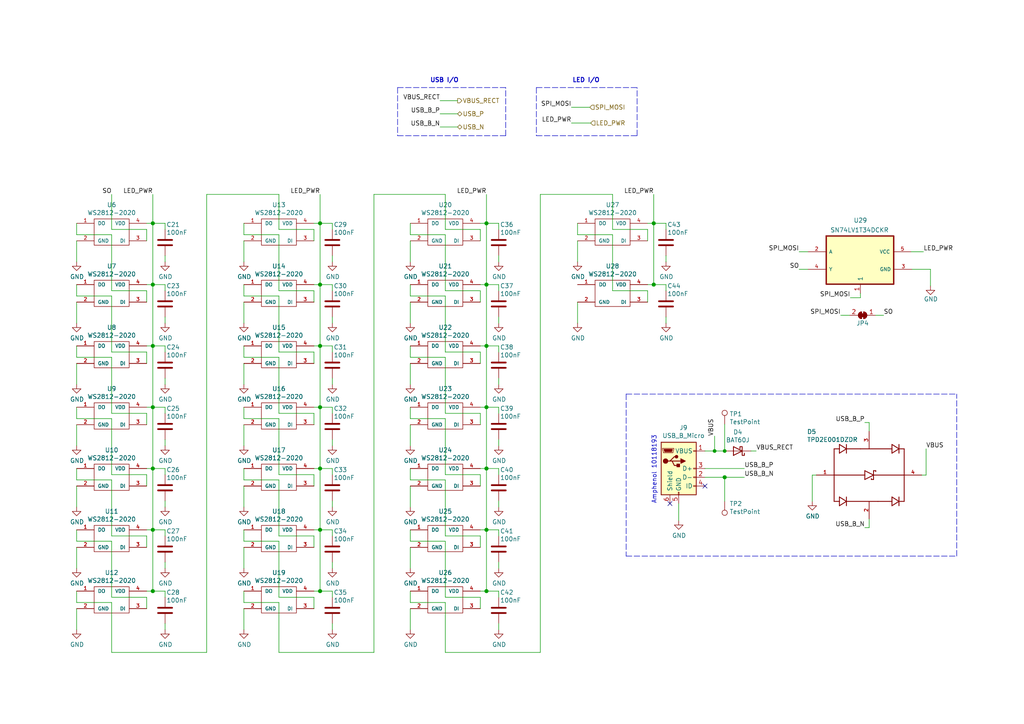
<source format=kicad_sch>
(kicad_sch (version 20211123) (generator eeschema)
  (paper "A4")
  (lib_symbols
    (symbol "Connector:TestPoint" (pin_numbers hide) (pin_names (offset 0.762) hide)
      (property "Reference" "TP" (at 0 6.858 0))
      (property "Value" "TestPoint" (at 0 5.08 0))
      (symbol "TestPoint_0_1"
        (circle (center 0 3.302) (radius 0.762))
      )
      (symbol "TestPoint_1_1"
        (pin passive line (at 0 0 90) (length 2.54) (name "1") (number "1"))
      )
    )
    (symbol "Connector:USB_B_Micro" (pin_names (offset 1.016))
      (property "Reference" "J" (at -5.08 11.43 0))
      (property "Value" "USB_B_Micro" (at -5.08 8.89 0))
      (symbol "USB_B_Micro_0_1"
        (rectangle (start -5.08 -7.62) (end 5.08 7.62) (stroke (width 0.254)) (fill (type background)))
        (circle (center -3.81 2.159) (radius 0.635) (stroke (width 0.254)) (fill (type outline)))
        (circle (center -0.635 3.429) (radius 0.381) (stroke (width 0.254)) (fill (type outline)))
        (rectangle (start -0.127 -7.62) (end 0.127 -6.858))
        (polyline (pts (xy -1.905 2.159) (xy 0.635 2.159)) (stroke (width 0.254)))
        (polyline (pts (xy -3.175 2.159) (xy -2.54 2.159) (xy -1.27 3.429) (xy -0.635 3.429)) (stroke (width 0.254)))
        (polyline (pts (xy -2.54 2.159) (xy -1.905 2.159) (xy -1.27 0.889) (xy 0 0.889)) (stroke (width 0.254)))
        (polyline (pts (xy 0.635 2.794) (xy 0.635 1.524) (xy 1.905 2.159) (xy 0.635 2.794)) (stroke (width 0.254)) (fill (type outline)))
        (polyline (pts (xy -4.318 5.588) (xy -1.778 5.588) (xy -2.032 4.826) (xy -4.064 4.826) (xy -4.318 5.588)) (fill (type outline)))
        (polyline (pts (xy -4.699 5.842) (xy -4.699 5.588) (xy -4.445 4.826) (xy -4.445 4.572) (xy -1.651 4.572) (xy -1.651 4.826) (xy -1.397 5.588) (xy -1.397 5.842) (xy -4.699 5.842)))
        (rectangle (start 0.254 1.27) (end -0.508 0.508) (stroke (width 0.254)) (fill (type outline)))
        (rectangle (start 5.08 -5.207) (end 4.318 -4.953))
        (rectangle (start 5.08 -2.667) (end 4.318 -2.413))
        (rectangle (start 5.08 -0.127) (end 4.318 0.127))
        (rectangle (start 5.08 4.953) (end 4.318 5.207))
      )
      (symbol "USB_B_Micro_1_1"
        (pin power_out line (at 7.62 5.08 180) (length 2.54) (name "VBUS") (number "1"))
        (pin bidirectional line (at 7.62 -2.54 180) (length 2.54) (name "D-") (number "2"))
        (pin bidirectional line (at 7.62 0 180) (length 2.54) (name "D+") (number "3"))
        (pin passive line (at 7.62 -5.08 180) (length 2.54) (name "ID") (number "4"))
        (pin power_out line (at 0 -10.16 90) (length 2.54) (name "GND") (number "5"))
        (pin passive line (at -2.54 -10.16 90) (length 2.54) (name "Shield") (number "6"))
      )
    )
    (symbol "Device:C" (pin_numbers hide) (pin_names (offset 0.254))
      (property "Reference" "C" (at 0.635 2.54 0))
      (property "Value" "C" (at 0.635 -2.54 0))
      (symbol "C_0_1"
        (polyline (pts (xy -2.032 -0.762) (xy 2.032 -0.762)) (stroke (width 0.508)))
        (polyline (pts (xy -2.032 0.762) (xy 2.032 0.762)) (stroke (width 0.508)))
      )
      (symbol "C_1_1"
        (pin passive line (at 0 3.81 270) (length 2.794) (name "~") (number "1"))
        (pin passive line (at 0 -3.81 90) (length 2.794) (name "~") (number "2"))
      )
    )
    (symbol "Device:D_Schottky" (pin_numbers hide) (pin_names (offset 1.016) hide)
      (property "Reference" "D" (at 0 2.54 0))
      (property "Value" "D_Schottky" (at 0 -2.54 0))
      (symbol "D_Schottky_0_1"
        (polyline (pts (xy 1.27 0) (xy -1.27 0)))
        (polyline (pts (xy 1.27 1.27) (xy 1.27 -1.27) (xy -1.27 0) (xy 1.27 1.27)) (stroke (width 0.254)))
        (polyline (pts (xy -1.905 0.635) (xy -1.905 1.27) (xy -1.27 1.27) (xy -1.27 -1.27) (xy -0.635 -1.27) (xy -0.635 -0.635)) (stroke (width 0.254)))
      )
      (symbol "D_Schottky_1_1"
        (pin passive line (at -3.81 0 0) (length 2.54) (name "K") (number "1"))
        (pin passive line (at 3.81 0 180) (length 2.54) (name "A") (number "2"))
      )
    )
    (symbol "Gliss:SN74LV1T34DCKR" (pin_names (offset 1.016))
      (property "Reference" "U" (at -1.27 10.16 0))
      (property "Value" "SN74LV1T34DCKR" (at -8.255 8.255 0))
      (symbol "SN74LV1T34DCKR_0_0"
        (rectangle (start -9.906 7.112) (end 9.652 -6.858) (stroke (width 0.4064)) (fill (type background)))
        (pin input line (at -15.24 2.54 0) (length 5.08) (name "A") (number "2"))
        (pin power_in line (at 14.986 -2.54 180) (length 5.08) (name "GND") (number "3"))
        (pin bidirectional line (at -15.24 -2.54 0) (length 5.08) (name "Y") (number "4"))
        (pin power_in line (at 14.732 2.54 180) (length 5.08) (name "VCC") (number "5"))
      )
      (symbol "SN74LV1T34DCKR_1_1"
        (pin input line (at 0 -9.525 90) (length 2.54) (name "1") (number "1"))
      )
    )
    (symbol "Gliss:TPD2E001DZDR" (pin_names (offset 1.016) hide)
      (property "Reference" "D5" (at -18.0339 12.5794 90))
      (property "Value" "TPD2E001DZDR" (at -18.0339 10.2807 90))
      (symbol "TPD2E001DZDR_0_0"
        (polyline (pts (xy -8.89 -8.636) (xy -7.62 -8.636)) (stroke (width 0.254)))
        (polyline (pts (xy -8.89 -6.604) (xy -7.62 -6.604)) (stroke (width 0.254)))
        (polyline (pts (xy -8.89 6.604) (xy -7.62 6.604)) (stroke (width 0.254)))
        (polyline (pts (xy -8.89 8.636) (xy -7.62 8.636)) (stroke (width 0.254)))
        (polyline (pts (xy -7.62 -10.16) (xy -7.62 -8.636)) (stroke (width 0.254)))
        (polyline (pts (xy -7.62 -10.16) (xy 0 -10.16)) (stroke (width 0.254)))
        (polyline (pts (xy -7.62 -8.636) (xy -6.35 -8.636)) (stroke (width 0.254)))
        (polyline (pts (xy -7.62 -6.604) (xy -8.89 -8.636)) (stroke (width 0.254)))
        (polyline (pts (xy -7.62 -6.604) (xy -6.35 -6.604)) (stroke (width 0.254)))
        (polyline (pts (xy -7.62 -2.54) (xy -7.62 -6.604)) (stroke (width 0.254)))
        (polyline (pts (xy -7.62 6.604) (xy -7.62 -2.54)) (stroke (width 0.254)))
        (polyline (pts (xy -7.62 6.604) (xy -6.35 6.604)) (stroke (width 0.254)))
        (polyline (pts (xy -7.62 8.636) (xy -8.89 6.604)) (stroke (width 0.254)))
        (polyline (pts (xy -7.62 8.636) (xy -7.62 10.16)) (stroke (width 0.254)))
        (polyline (pts (xy -7.62 8.636) (xy -6.35 8.636)) (stroke (width 0.254)))
        (polyline (pts (xy -7.62 10.16) (xy 0 10.16)) (stroke (width 0.254)))
        (polyline (pts (xy -6.35 -8.636) (xy -7.62 -6.604)) (stroke (width 0.254)))
        (polyline (pts (xy -6.35 6.604) (xy -7.62 8.636)) (stroke (width 0.254)))
        (polyline (pts (xy -1.27 -1.27) (xy 0 -1.27)) (stroke (width 0.254)))
        (polyline (pts (xy -1.27 1.27) (xy 0 1.27)) (stroke (width 0.254)))
        (polyline (pts (xy -1.27 1.905) (xy -1.27 1.27)) (stroke (width 0.254)))
        (polyline (pts (xy -1.27 1.905) (xy -1.016 1.905)) (stroke (width 0.254)))
        (polyline (pts (xy 0 -10.16) (xy 7.62 -10.16)) (stroke (width 0.254)))
        (polyline (pts (xy 0 -1.27) (xy 0 -10.16)) (stroke (width 0.254)))
        (polyline (pts (xy 0 -1.27) (xy 1.27 -1.27)) (stroke (width 0.254)))
        (polyline (pts (xy 0 1.27) (xy -1.27 -1.27)) (stroke (width 0.254)))
        (polyline (pts (xy 0 1.27) (xy 0 10.16)) (stroke (width 0.254)))
        (polyline (pts (xy 0 1.27) (xy 1.27 1.27)) (stroke (width 0.254)))
        (polyline (pts (xy 0 10.16) (xy 7.62 10.16)) (stroke (width 0.254)))
        (polyline (pts (xy 1.016 0.635) (xy 1.27 0.635)) (stroke (width 0.254)))
        (polyline (pts (xy 1.27 -1.27) (xy 0 1.27)) (stroke (width 0.254)))
        (polyline (pts (xy 1.27 1.27) (xy 1.27 0.635)) (stroke (width 0.254)))
        (polyline (pts (xy 6.35 -8.636) (xy 7.62 -8.636)) (stroke (width 0.254)))
        (polyline (pts (xy 6.35 -6.604) (xy 7.62 -6.604)) (stroke (width 0.254)))
        (polyline (pts (xy 6.35 6.604) (xy 7.62 6.604)) (stroke (width 0.254)))
        (polyline (pts (xy 6.35 8.636) (xy 7.62 8.636)) (stroke (width 0.254)))
        (polyline (pts (xy 7.62 -10.16) (xy 7.62 -8.636)) (stroke (width 0.254)))
        (polyline (pts (xy 7.62 -8.636) (xy 8.89 -8.636)) (stroke (width 0.254)))
        (polyline (pts (xy 7.62 -6.604) (xy 6.35 -8.636)) (stroke (width 0.254)))
        (polyline (pts (xy 7.62 -6.604) (xy 7.62 2.54)) (stroke (width 0.254)))
        (polyline (pts (xy 7.62 -6.604) (xy 8.89 -6.604)) (stroke (width 0.254)))
        (polyline (pts (xy 7.62 2.54) (xy 7.62 6.604)) (stroke (width 0.254)))
        (polyline (pts (xy 7.62 6.604) (xy 8.89 6.604)) (stroke (width 0.254)))
        (polyline (pts (xy 7.62 8.636) (xy 6.35 6.604)) (stroke (width 0.254)))
        (polyline (pts (xy 7.62 8.636) (xy 7.62 10.16)) (stroke (width 0.254)))
        (polyline (pts (xy 7.62 8.636) (xy 8.89 8.636)) (stroke (width 0.254)))
        (polyline (pts (xy 8.89 -8.636) (xy 7.62 -6.604)) (stroke (width 0.254)))
        (polyline (pts (xy 8.89 6.604) (xy 7.62 8.636)) (stroke (width 0.254)))
        (pin power_in line (at 0 -15.3416 90) (length 5.08) (name "~") (number "1"))
        (pin bidirectional line (at 12.7 0 180) (length 5.08) (name "~") (number "2"))
        (pin bidirectional line (at -12.7 0 0) (length 5.08) (name "~") (number "3"))
        (pin power_in line (at 0 15.24 270) (length 5.08) (name "~") (number "4"))
      )
    )
    (symbol "Gliss:WS2812-2020" (pin_names (offset 1.016))
      (property "Reference" "U" (at -1.27 5.08 0))
      (property "Value" "WS2812-2020" (at -6.35 -6.35 0))
      (symbol "WS2812-2020_0_0"
        (pin output line (at -10.16 2.54 0) (length 5.08) (name "DO") (number "1"))
        (pin power_in line (at -10.16 -2.54 0) (length 5.08) (name "GND") (number "2"))
        (pin input line (at 10.16 -2.54 180) (length 5.08) (name "DI") (number "3"))
        (pin power_in line (at 10.16 2.54 180) (length 5.08) (name "VDD") (number "4"))
      )
      (symbol "WS2812-2020_1_1"
        (polyline (pts (xy -5.08 3.81) (xy 5.08 3.81) (xy 5.08 -3.81) (xy -5.08 -3.81) (xy -5.08 3.81)))
      )
    )
    (symbol "Jumper:SolderJumper_2_Bridged" (pin_names (offset 0) hide)
      (property "Reference" "JP" (at 0 2.032 0))
      (property "Value" "SolderJumper_2_Bridged" (at 0 -2.54 0))
      (symbol "SolderJumper_2_Bridged_0_1"
        (rectangle (start -0.508 0.508) (end 0.508 -0.508) (fill (type outline)))
        (arc (start -0.254 1.016) (mid -1.27 0) (end -0.254 -1.016))
        (arc (start -0.254 1.016) (mid -1.27 0) (end -0.254 -1.016) (fill (type outline)))
        (polyline (pts (xy -0.254 1.016) (xy -0.254 -1.016)))
        (polyline (pts (xy 0.254 1.016) (xy 0.254 -1.016)))
        (arc (start 0.254 -1.016) (mid 1.27 0) (end 0.254 1.016))
        (arc (start 0.254 -1.016) (mid 1.27 0) (end 0.254 1.016) (fill (type outline)))
      )
      (symbol "SolderJumper_2_Bridged_1_1"
        (pin passive line (at -3.81 0 0) (length 2.54) (name "A") (number "1"))
        (pin passive line (at 3.81 0 180) (length 2.54) (name "B") (number "2"))
      )
    )
    (symbol "power:GND" (power) (pin_names (offset 0))
      (property "Value" "GND" (at 0 -3.81 0))
      (symbol "GND_0_1"
        (polyline (pts (xy 0 0) (xy 0 -1.27) (xy 1.27 -1.27) (xy 0 -2.54) (xy -1.27 -1.27) (xy 0 -1.27)))
      )
      (symbol "GND_1_1"
        (pin power_in line (at 0 0 270) (length 0) hide (name "GND") (number "1"))
      )
    )
  )
  (junction (at 44.323 171.45) (diameter 1.016))
  (junction (at 92.837 64.77) (diameter 1.016))
  (junction (at 92.837 118.11) (diameter 1.016))
  (junction (at 141.097 171.45) (diameter 1.016))
  (junction (at 141.097 100.33) (diameter 1.016))
  (junction (at 189.611 64.77) (diameter 1.016))
  (junction (at 92.837 82.55) (diameter 1.016))
  (junction (at 207.264 130.81))
  (junction (at 92.837 171.45) (diameter 1.016))
  (junction (at 44.323 135.89) (diameter 1.016))
  (junction (at 141.097 153.67) (diameter 1.016))
  (junction (at 92.837 135.89) (diameter 1.016))
  (junction (at 141.097 82.55) (diameter 1.016))
  (junction (at 92.837 100.33) (diameter 1.016))
  (junction (at 92.837 153.67) (diameter 1.016))
  (junction (at 44.323 82.55) (diameter 1.016))
  (junction (at 44.323 100.33) (diameter 1.016))
  (junction (at 210.185 130.81))
  (junction (at 141.097 64.77) (diameter 1.016))
  (junction (at 44.323 64.77) (diameter 1.016))
  (junction (at 210.185 138.43) (diameter 1.016))
  (junction (at 189.611 82.55) (diameter 1.016))
  (junction (at 44.323 153.67) (diameter 1.016))
  (junction (at 141.097 135.89) (diameter 1.016))
  (junction (at 44.323 118.11) (diameter 1.016))
  (junction (at 141.097 118.11) (diameter 1.016))
  (no_connect (at 204.47 140.97))
  (no_connect (at 194.31 146.05))
  (wire (pts (xy 91.059 87.63) (xy 91.059 84.328)))
  (wire (pts (xy 210.185 138.43) (xy 210.185 145.415)))
  (wire (pts (xy 177.673 56.388) (xy 177.673 66.548)))
  (wire (pts (xy 91.059 153.67) (xy 92.837 153.67)))
  (wire (pts (xy 144.653 180.848) (xy 144.653 182.626)))
  (wire (pts (xy 118.999 176.53) (xy 118.999 182.626)))
  (polyline (pts (xy 146.685 39.37) (xy 146.685 25.4)) (stroke (width 0) (type dash)))
  (wire (pts (xy 92.837 56.388) (xy 92.837 64.77)))
  (wire (pts (xy 207.264 126.492) (xy 207.264 130.81)))
  (wire (pts (xy 70.739 68.072) (xy 80.899 68.072)))
  (wire (pts (xy 207.264 130.81) (xy 210.185 130.81)))
  (wire (pts (xy 44.323 118.11) (xy 47.879 118.11)))
  (wire (pts (xy 91.059 82.55) (xy 92.837 82.55)))
  (wire (pts (xy 22.225 176.53) (xy 22.225 182.626)))
  (wire (pts (xy 32.385 156.972) (xy 32.385 173.228)))
  (wire (pts (xy 80.899 139.192) (xy 80.899 155.448)))
  (wire (pts (xy 187.833 87.63) (xy 187.833 84.328)))
  (wire (pts (xy 177.673 68.072) (xy 177.673 84.328)))
  (wire (pts (xy 187.833 64.77) (xy 189.611 64.77)))
  (wire (pts (xy 96.393 64.77) (xy 96.393 66.548)))
  (wire (pts (xy 141.097 64.77) (xy 141.097 82.55)))
  (wire (pts (xy 42.545 171.45) (xy 44.323 171.45)))
  (wire (pts (xy 91.059 118.11) (xy 92.837 118.11)))
  (wire (pts (xy 70.739 123.19) (xy 70.739 129.286)))
  (wire (pts (xy 118.999 100.33) (xy 118.999 103.632)))
  (wire (pts (xy 80.899 174.752) (xy 80.899 189.23)))
  (wire (pts (xy 92.837 100.33) (xy 92.837 118.11)))
  (wire (pts (xy 118.999 140.97) (xy 118.999 147.066)))
  (wire (pts (xy 141.097 100.33) (xy 141.097 118.11)))
  (wire (pts (xy 44.323 153.67) (xy 47.879 153.67)))
  (wire (pts (xy 70.739 87.63) (xy 70.739 93.726)))
  (wire (pts (xy 139.319 102.108) (xy 129.159 102.108)))
  (polyline (pts (xy 184.785 39.37) (xy 184.785 25.4)) (stroke (width 0) (type dash)))
  (wire (pts (xy 144.653 100.33) (xy 144.653 102.108)))
  (wire (pts (xy 44.323 153.67) (xy 44.323 171.45)))
  (wire (pts (xy 32.385 103.632) (xy 32.385 119.888)))
  (wire (pts (xy 44.323 171.45) (xy 47.879 171.45)))
  (wire (pts (xy 22.225 105.41) (xy 22.225 111.506)))
  (wire (pts (xy 91.059 171.45) (xy 92.837 171.45)))
  (wire (pts (xy 70.739 118.11) (xy 70.739 121.412)))
  (wire (pts (xy 70.739 156.972) (xy 80.899 156.972)))
  (wire (pts (xy 59.944 189.23) (xy 59.944 56.388)))
  (wire (pts (xy 118.999 123.19) (xy 118.999 129.286)))
  (wire (pts (xy 22.225 156.972) (xy 32.385 156.972)))
  (wire (pts (xy 44.323 100.33) (xy 47.879 100.33)))
  (wire (pts (xy 92.837 100.33) (xy 96.393 100.33)))
  (wire (pts (xy 91.059 69.85) (xy 91.059 66.548)))
  (wire (pts (xy 264.287 73.025) (xy 267.843 73.025)))
  (wire (pts (xy 139.319 119.888) (xy 129.159 119.888)))
  (wire (pts (xy 44.323 64.77) (xy 44.323 82.55)))
  (wire (pts (xy 96.393 180.848) (xy 96.393 182.626)))
  (wire (pts (xy 141.097 82.55) (xy 141.097 100.33)))
  (wire (pts (xy 22.225 68.072) (xy 32.385 68.072)))
  (wire (pts (xy 44.323 82.55) (xy 44.323 100.33)))
  (wire (pts (xy 96.393 127.508) (xy 96.393 129.286)))
  (wire (pts (xy 44.323 56.388) (xy 44.323 64.77)))
  (wire (pts (xy 70.739 158.75) (xy 70.739 164.846)))
  (wire (pts (xy 96.393 145.288) (xy 96.393 147.066)))
  (wire (pts (xy 91.059 66.548) (xy 80.899 66.548)))
  (wire (pts (xy 22.225 121.412) (xy 32.385 121.412)))
  (wire (pts (xy 70.739 174.752) (xy 80.899 174.752)))
  (wire (pts (xy 44.323 118.11) (xy 44.323 135.89)))
  (wire (pts (xy 42.545 119.888) (xy 32.385 119.888)))
  (wire (pts (xy 267.335 137.795) (xy 268.605 137.795)))
  (polyline (pts (xy 155.575 25.4) (xy 184.785 25.4)) (stroke (width 0) (type dash)))
  (wire (pts (xy 249.555 85.09) (xy 249.555 86.36)))
  (wire (pts (xy 118.999 105.41) (xy 118.999 111.506)))
  (wire (pts (xy 118.999 121.412) (xy 129.159 121.412)))
  (polyline (pts (xy 155.575 25.4) (xy 155.575 39.37)) (stroke (width 0) (type dash)))
  (wire (pts (xy 96.393 100.33) (xy 96.393 102.108)))
  (wire (pts (xy 47.879 109.728) (xy 47.879 111.506)))
  (wire (pts (xy 129.159 139.192) (xy 129.159 155.448)))
  (wire (pts (xy 44.323 82.55) (xy 47.879 82.55)))
  (wire (pts (xy 47.879 91.948) (xy 47.879 93.726)))
  (wire (pts (xy 144.653 145.288) (xy 144.653 147.066)))
  (wire (pts (xy 139.319 173.228) (xy 129.159 173.228)))
  (wire (pts (xy 118.999 158.75) (xy 118.999 164.846)))
  (wire (pts (xy 22.225 64.77) (xy 22.225 68.072)))
  (polyline (pts (xy 277.495 161.29) (xy 277.495 114.3)) (stroke (width 0) (type dash)))
  (wire (pts (xy 70.739 103.632) (xy 80.899 103.632)))
  (wire (pts (xy 92.837 135.89) (xy 92.837 153.67)))
  (wire (pts (xy 91.059 102.108) (xy 80.899 102.108)))
  (wire (pts (xy 91.059 137.668) (xy 80.899 137.668)))
  (wire (pts (xy 141.097 64.77) (xy 144.653 64.77)))
  (wire (pts (xy 144.653 109.728) (xy 144.653 111.506)))
  (wire (pts (xy 92.837 171.45) (xy 96.393 171.45)))
  (wire (pts (xy 22.225 140.97) (xy 22.225 147.066)))
  (wire (pts (xy 47.879 135.89) (xy 47.879 137.668)))
  (wire (pts (xy 141.097 118.11) (xy 144.653 118.11)))
  (wire (pts (xy 47.879 127.508) (xy 47.879 129.286)))
  (wire (pts (xy 129.159 156.972) (xy 129.159 173.228)))
  (wire (pts (xy 204.47 138.43) (xy 210.185 138.43)))
  (wire (pts (xy 141.097 135.89) (xy 144.653 135.89)))
  (wire (pts (xy 204.47 135.89) (xy 215.9 135.89)))
  (wire (pts (xy 22.225 82.55) (xy 22.225 85.852)))
  (wire (pts (xy 91.059 123.19) (xy 91.059 119.888)))
  (wire (pts (xy 187.833 84.328) (xy 177.673 84.328)))
  (wire (pts (xy 167.513 87.63) (xy 167.513 93.726)))
  (wire (pts (xy 144.653 74.168) (xy 144.653 75.946)))
  (wire (pts (xy 269.875 78.105) (xy 269.875 82.931)))
  (wire (pts (xy 139.319 69.85) (xy 139.319 66.548)))
  (wire (pts (xy 118.999 135.89) (xy 118.999 139.192)))
  (wire (pts (xy 22.225 153.67) (xy 22.225 156.972)))
  (wire (pts (xy 144.653 171.45) (xy 144.653 173.228)))
  (wire (pts (xy 47.879 171.45) (xy 47.879 173.228)))
  (wire (pts (xy 91.059 173.228) (xy 80.899 173.228)))
  (wire (pts (xy 92.837 82.55) (xy 92.837 100.33)))
  (wire (pts (xy 47.879 82.55) (xy 47.879 84.328)))
  (wire (pts (xy 91.059 64.77) (xy 92.837 64.77)))
  (wire (pts (xy 108.458 189.23) (xy 108.458 56.388)))
  (wire (pts (xy 80.899 103.632) (xy 80.899 119.888)))
  (wire (pts (xy 129.159 68.072) (xy 129.159 84.328)))
  (wire (pts (xy 91.059 140.97) (xy 91.059 137.668)))
  (wire (pts (xy 139.319 176.53) (xy 139.319 173.228)))
  (wire (pts (xy 22.225 85.852) (xy 32.385 85.852)))
  (wire (pts (xy 91.059 119.888) (xy 80.899 119.888)))
  (wire (pts (xy 165.735 35.687) (xy 171.323 35.687)))
  (wire (pts (xy 139.319 140.97) (xy 139.319 137.668)))
  (wire (pts (xy 167.513 68.072) (xy 177.673 68.072)))
  (wire (pts (xy 144.653 163.068) (xy 144.653 164.846)))
  (wire (pts (xy 235.585 137.795) (xy 235.585 145.415)))
  (wire (pts (xy 144.653 118.11) (xy 144.653 119.888)))
  (wire (pts (xy 47.879 64.77) (xy 47.879 66.548)))
  (wire (pts (xy 129.159 85.852) (xy 129.159 102.108)))
  (wire (pts (xy 141.097 100.33) (xy 144.653 100.33)))
  (wire (pts (xy 141.097 153.67) (xy 144.653 153.67)))
  (wire (pts (xy 129.159 103.632) (xy 129.159 119.888)))
  (wire (pts (xy 189.611 64.77) (xy 189.611 82.55)))
  (wire (pts (xy 141.097 171.45) (xy 144.653 171.45)))
  (wire (pts (xy 42.545 176.53) (xy 42.545 173.228)))
  (wire (pts (xy 193.167 82.55) (xy 193.167 84.328)))
  (wire (pts (xy 47.879 153.67) (xy 47.879 155.448)))
  (wire (pts (xy 92.837 153.67) (xy 96.393 153.67)))
  (wire (pts (xy 42.545 64.77) (xy 44.323 64.77)))
  (wire (pts (xy 91.059 176.53) (xy 91.059 173.228)))
  (wire (pts (xy 80.899 189.23) (xy 108.458 189.23)))
  (wire (pts (xy 44.323 135.89) (xy 47.879 135.89)))
  (wire (pts (xy 92.837 64.77) (xy 96.393 64.77)))
  (wire (pts (xy 42.545 135.89) (xy 44.323 135.89)))
  (wire (pts (xy 22.225 174.752) (xy 32.385 174.752)))
  (wire (pts (xy 118.999 69.85) (xy 118.999 75.946)))
  (wire (pts (xy 139.319 66.548) (xy 129.159 66.548)))
  (wire (pts (xy 42.545 69.85) (xy 42.545 66.548)))
  (wire (pts (xy 32.385 68.072) (xy 32.385 84.328)))
  (wire (pts (xy 144.653 127.508) (xy 144.653 129.286)))
  (wire (pts (xy 204.47 130.81) (xy 207.264 130.81)))
  (wire (pts (xy 189.611 56.388) (xy 189.611 64.77)))
  (wire (pts (xy 47.879 163.068) (xy 47.879 164.846)))
  (wire (pts (xy 70.739 100.33) (xy 70.739 103.632)))
  (wire (pts (xy 42.545 82.55) (xy 44.323 82.55)))
  (wire (pts (xy 231.775 73.025) (xy 234.315 73.025)))
  (wire (pts (xy 210.185 138.43) (xy 215.9 138.43)))
  (wire (pts (xy 22.225 118.11) (xy 22.225 121.412)))
  (wire (pts (xy 92.837 135.89) (xy 96.393 135.89)))
  (wire (pts (xy 70.739 82.55) (xy 70.739 85.852)))
  (wire (pts (xy 70.739 69.85) (xy 70.739 75.946)))
  (wire (pts (xy 91.059 84.328) (xy 80.899 84.328)))
  (wire (pts (xy 139.319 118.11) (xy 141.097 118.11)))
  (wire (pts (xy 127.635 33.02) (xy 132.715 33.02)))
  (wire (pts (xy 144.653 82.55) (xy 144.653 84.328)))
  (wire (pts (xy 42.545 87.63) (xy 42.545 84.328)))
  (wire (pts (xy 59.944 56.388) (xy 80.899 56.388)))
  (wire (pts (xy 189.611 64.77) (xy 193.167 64.77)))
  (wire (pts (xy 22.225 139.192) (xy 32.385 139.192)))
  (wire (pts (xy 210.185 123.063) (xy 210.185 130.81)))
  (wire (pts (xy 92.837 153.67) (xy 92.837 171.45)))
  (wire (pts (xy 47.879 74.168) (xy 47.879 75.946)))
  (wire (pts (xy 91.059 155.448) (xy 80.899 155.448)))
  (polyline (pts (xy 115.316 39.37) (xy 146.685 39.37)) (stroke (width 0) (type dash)))
  (wire (pts (xy 139.319 84.328) (xy 129.159 84.328)))
  (wire (pts (xy 42.545 173.228) (xy 32.385 173.228)))
  (wire (pts (xy 42.545 100.33) (xy 44.323 100.33)))
  (wire (pts (xy 189.611 82.55) (xy 193.167 82.55)))
  (wire (pts (xy 42.545 123.19) (xy 42.545 119.888)))
  (wire (pts (xy 129.159 121.412) (xy 129.159 137.668)))
  (wire (pts (xy 96.393 153.67) (xy 96.393 155.448)))
  (wire (pts (xy 96.393 74.168) (xy 96.393 75.946)))
  (wire (pts (xy 129.159 174.752) (xy 129.159 189.23)))
  (wire (pts (xy 193.167 91.948) (xy 193.167 93.726)))
  (wire (pts (xy 141.097 153.67) (xy 141.097 171.45)))
  (wire (pts (xy 118.999 139.192) (xy 129.159 139.192)))
  (wire (pts (xy 80.899 85.852) (xy 80.899 102.108)))
  (wire (pts (xy 139.319 137.668) (xy 129.159 137.668)))
  (wire (pts (xy 92.837 82.55) (xy 96.393 82.55)))
  (wire (pts (xy 22.225 123.19) (xy 22.225 129.286)))
  (wire (pts (xy 217.805 130.81) (xy 219.329 130.81)))
  (wire (pts (xy 139.319 105.41) (xy 139.319 102.108)))
  (wire (pts (xy 92.837 118.11) (xy 96.393 118.11)))
  (wire (pts (xy 118.999 103.632) (xy 129.159 103.632)))
  (wire (pts (xy 252.095 150.495) (xy 252.095 153.035)) (stroke (width 0.1524)))
  (polyline (pts (xy 115.316 25.4) (xy 146.685 25.4)) (stroke (width 0) (type dash)))
  (wire (pts (xy 44.323 64.77) (xy 47.879 64.77)))
  (polyline (pts (xy 181.61 161.29) (xy 277.495 161.29)) (stroke (width 0) (type dash)))
  (wire (pts (xy 249.555 86.36) (xy 246.634 86.36)))
  (wire (pts (xy 96.393 163.068) (xy 96.393 164.846)))
  (polyline (pts (xy 115.316 25.4) (xy 115.316 39.37)) (stroke (width 0) (type dash)))
  (wire (pts (xy 139.319 100.33) (xy 141.097 100.33)))
  (wire (pts (xy 96.393 118.11) (xy 96.393 119.888)))
  (wire (pts (xy 70.739 85.852) (xy 80.899 85.852)))
  (wire (pts (xy 129.159 189.23) (xy 156.718 189.23)))
  (wire (pts (xy 22.225 87.63) (xy 22.225 93.726)))
  (wire (pts (xy 70.739 171.45) (xy 70.739 174.752)))
  (polyline (pts (xy 181.61 114.3) (xy 181.61 161.29)) (stroke (width 0) (type dash)))
  (wire (pts (xy 118.999 153.67) (xy 118.999 156.972)))
  (wire (pts (xy 47.879 118.11) (xy 47.879 119.888)))
  (wire (pts (xy 91.059 158.75) (xy 91.059 155.448)))
  (wire (pts (xy 32.385 121.412) (xy 32.385 137.668)))
  (wire (pts (xy 70.739 153.67) (xy 70.739 156.972)))
  (wire (pts (xy 196.85 146.05) (xy 196.85 151.003)))
  (wire (pts (xy 139.319 153.67) (xy 141.097 153.67)))
  (wire (pts (xy 32.385 189.23) (xy 59.944 189.23)))
  (wire (pts (xy 42.545 140.97) (xy 42.545 137.668)))
  (wire (pts (xy 96.393 171.45) (xy 96.393 173.228)))
  (wire (pts (xy 231.775 78.105) (xy 234.315 78.105)))
  (wire (pts (xy 129.159 56.388) (xy 129.159 66.548)))
  (wire (pts (xy 118.999 64.77) (xy 118.999 68.072)))
  (wire (pts (xy 91.059 100.33) (xy 92.837 100.33)))
  (wire (pts (xy 42.545 153.67) (xy 44.323 153.67)))
  (wire (pts (xy 139.319 87.63) (xy 139.319 84.328)))
  (wire (pts (xy 193.167 74.168) (xy 193.167 75.946)))
  (wire (pts (xy 96.393 91.948) (xy 96.393 93.726)))
  (wire (pts (xy 127.635 36.83) (xy 132.715 36.83)))
  (wire (pts (xy 42.545 158.75) (xy 42.545 155.448)))
  (polyline (pts (xy 181.61 114.3) (xy 277.495 114.3)) (stroke (width 0) (type dash)))
  (wire (pts (xy 268.605 130.175) (xy 268.605 137.795)))
  (wire (pts (xy 144.653 64.77) (xy 144.653 66.548)))
  (wire (pts (xy 139.319 171.45) (xy 141.097 171.45)))
  (wire (pts (xy 22.225 100.33) (xy 22.225 103.632)))
  (wire (pts (xy 96.393 109.728) (xy 96.393 111.506)))
  (wire (pts (xy 139.319 135.89) (xy 141.097 135.89)))
  (wire (pts (xy 22.225 158.75) (xy 22.225 164.846)))
  (wire (pts (xy 42.545 155.448) (xy 32.385 155.448)))
  (wire (pts (xy 156.718 189.23) (xy 156.718 56.388)))
  (wire (pts (xy 22.225 135.89) (xy 22.225 139.192)))
  (wire (pts (xy 141.097 56.388) (xy 141.097 64.77)))
  (wire (pts (xy 42.545 118.11) (xy 44.323 118.11)))
  (wire (pts (xy 91.059 105.41) (xy 91.059 102.108)))
  (wire (pts (xy 70.739 176.53) (xy 70.739 182.626)))
  (wire (pts (xy 96.393 82.55) (xy 96.393 84.328)))
  (wire (pts (xy 70.739 139.192) (xy 80.899 139.192)))
  (wire (pts (xy 80.899 121.412) (xy 80.899 137.668)))
  (wire (pts (xy 254 91.44) (xy 256.286 91.44)))
  (wire (pts (xy 80.899 68.072) (xy 80.899 84.328)))
  (wire (pts (xy 167.513 64.77) (xy 167.513 68.072)))
  (wire (pts (xy 47.879 100.33) (xy 47.879 102.108)))
  (polyline (pts (xy 155.575 39.37) (xy 184.785 39.37)) (stroke (width 0) (type dash)))
  (wire (pts (xy 44.323 135.89) (xy 44.323 153.67)))
  (wire (pts (xy 250.825 122.555) (xy 252.095 122.555)))
  (wire (pts (xy 139.319 123.19) (xy 139.319 119.888)))
  (wire (pts (xy 118.999 174.752) (xy 129.159 174.752)))
  (wire (pts (xy 252.095 122.555) (xy 252.095 125.095)) (stroke (width 0.1524)))
  (wire (pts (xy 70.739 121.412) (xy 80.899 121.412)))
  (wire (pts (xy 42.545 84.328) (xy 32.385 84.328)))
  (wire (pts (xy 187.833 66.548) (xy 177.673 66.548)))
  (wire (pts (xy 22.225 69.85) (xy 22.225 75.946)))
  (wire (pts (xy 141.097 82.55) (xy 144.653 82.55)))
  (wire (pts (xy 47.879 145.288) (xy 47.879 147.066)))
  (wire (pts (xy 96.393 135.89) (xy 96.393 137.668)))
  (wire (pts (xy 187.833 69.85) (xy 187.833 66.548)))
  (wire (pts (xy 127.635 29.21) (xy 132.715 29.21)))
  (wire (pts (xy 92.837 118.11) (xy 92.837 135.89)))
  (wire (pts (xy 144.653 91.948) (xy 144.653 93.726)))
  (wire (pts (xy 70.739 105.41) (xy 70.739 111.506)))
  (wire (pts (xy 250.825 153.035) (xy 252.095 153.035)))
  (wire (pts (xy 141.097 118.11) (xy 141.097 135.89)))
  (wire (pts (xy 108.458 56.388) (xy 129.159 56.388)))
  (wire (pts (xy 139.319 158.75) (xy 139.319 155.448)))
  (wire (pts (xy 118.999 171.45) (xy 118.999 174.752)))
  (wire (pts (xy 144.653 153.67) (xy 144.653 155.448)))
  (wire (pts (xy 32.385 56.388) (xy 32.385 66.548)))
  (wire (pts (xy 80.899 156.972) (xy 80.899 173.228)))
  (wire (pts (xy 80.899 56.388) (xy 80.899 66.548)))
  (wire (pts (xy 70.739 140.97) (xy 70.739 147.066)))
  (wire (pts (xy 44.323 100.33) (xy 44.323 118.11)))
  (wire (pts (xy 42.545 105.41) (xy 42.545 102.108)))
  (wire (pts (xy 139.319 82.55) (xy 141.097 82.55)))
  (wire (pts (xy 118.999 68.072) (xy 129.159 68.072)))
  (wire (pts (xy 236.7534 137.795) (xy 235.585 137.795)))
  (wire (pts (xy 144.653 135.89) (xy 144.653 137.668)))
  (wire (pts (xy 243.84 91.44) (xy 246.38 91.44)))
  (wire (pts (xy 70.739 64.77) (xy 70.739 68.072)))
  (wire (pts (xy 167.513 69.85) (xy 167.513 75.946)))
  (wire (pts (xy 118.999 82.55) (xy 118.999 85.852)))
  (wire (pts (xy 118.999 118.11) (xy 118.999 121.412)))
  (wire (pts (xy 139.319 64.77) (xy 141.097 64.77)))
  (wire (pts (xy 92.837 64.77) (xy 92.837 82.55)))
  (wire (pts (xy 42.545 66.548) (xy 32.385 66.548)))
  (wire (pts (xy 156.718 56.388) (xy 177.673 56.388)))
  (wire (pts (xy 22.225 103.632) (xy 32.385 103.632)))
  (wire (pts (xy 47.879 180.848) (xy 47.879 182.626)))
  (wire (pts (xy 118.999 85.852) (xy 129.159 85.852)))
  (wire (pts (xy 42.545 137.668) (xy 32.385 137.668)))
  (wire (pts (xy 165.735 31.115) (xy 171.069 31.115)))
  (wire (pts (xy 42.545 102.108) (xy 32.385 102.108)))
  (wire (pts (xy 70.739 135.89) (xy 70.739 139.192)))
  (wire (pts (xy 264.541 78.105) (xy 269.875 78.105)))
  (wire (pts (xy 141.097 135.89) (xy 141.097 153.67)))
  (wire (pts (xy 32.385 85.852) (xy 32.385 102.108)))
  (wire (pts (xy 32.385 139.192) (xy 32.385 155.448)))
  (wire (pts (xy 22.225 171.45) (xy 22.225 174.752)))
  (wire (pts (xy 118.999 87.63) (xy 118.999 93.726)))
  (wire (pts (xy 91.059 135.89) (xy 92.837 135.89)))
  (wire (pts (xy 139.319 155.448) (xy 129.159 155.448)))
  (wire (pts (xy 32.385 174.752) (xy 32.385 189.23)))
  (wire (pts (xy 193.167 64.77) (xy 193.167 66.548)))
  (wire (pts (xy 187.833 82.55) (xy 189.611 82.55)))
  (wire (pts (xy 118.999 156.972) (xy 129.159 156.972)))
  (text "LED I/O" (at 173.99 24.13 180) (effects (font (size 1.27 1.27) (thickness 0.254) bold) (justify right bottom)))
  (text "USB I/O" (at 133.096 24.13 180) (effects (font (size 1.27 1.27) (thickness 0.254) bold) (justify right bottom)))
  (text "Amphenol 10118193" (at 190.5 126.238 270) (effects (font (size 1.27 1.27)) (justify right bottom)))
  (label "LED_PWR" (at 141.097 56.388 180))
  (label "LED_PWR" (at 189.611 56.388 180))
  (label "SO" (at 256.286 91.44 0))
  (label "VBUS" (at 268.605 130.175 0))
  (label "USB_B_P" (at 127.635 33.02 180))
  (label "SPI_MOSI" (at 243.84 91.44 180))
  (label "SPI_MOSI" (at 165.735 31.115 180))
  (label "LED_PWR" (at 267.843 73.025 0))
  (label "USB_B_N" (at 250.825 153.035 180))
  (label "VBUS_RECT" (at 127.635 29.21 180))
  (label "SPI_MOSI" (at 246.634 86.36 180))
  (label "LED_PWR" (at 165.735 35.687 180))
  (label "USB_B_P" (at 215.9 135.89 0))
  (label "LED_PWR" (at 44.323 56.388 180))
  (label "SO" (at 32.385 56.388 180))
  (label "SPI_MOSI" (at 231.775 73.025 180))
  (label "VBUS" (at 207.264 126.492 90))
  (label "USB_B_N" (at 127.635 36.83 180))
  (label "USB_B_P" (at 250.825 122.555 180))
  (label "LED_PWR" (at 92.837 56.388 180))
  (label "VBUS_RECT" (at 219.329 130.81 0))
  (label "USB_B_N" (at 215.9 138.43 0))
  (label "SO" (at 231.775 78.105 180))
  (hierarchical_label "SPI_MOSI" (shape input) (at 171.069 31.115 0))
  (hierarchical_label "VBUS_RECT" (shape output) (at 132.715 29.21 0))
  (hierarchical_label "USB_N" (shape bidirectional) (at 132.715 36.83 0))
  (hierarchical_label "LED_PWR" (shape input) (at 171.323 35.687 0))
  (hierarchical_label "USB_P" (shape bidirectional) (at 132.715 33.02 0))
  (symbol (lib_id "Device:C") (at 47.879 159.258 0) (unit 1)
    (property "Reference" "C27" (at 48.2601 154.0446 0) (effects (justify left)))
    (property "Value" "100nF" (at 48.26 156.337 0) (effects (justify left)))
    (property "Footprint" "Capacitor_SMD:C_0402_1005Metric" (effects hide))
  )
  (symbol (lib_id "Gliss:WS2812-2020") (at 129.159 120.65 0) (unit 1)
    (property "Reference" "U23" (at 129.159 112.7568 0))
    (property "Value" "WS2812-2020" (at 129.159 115.0555 0))
    (property "Footprint" "LED_WS2812-2020" (effects hide))
    (property "manf#" "WS2812B-2020 " (effects hide))
  )
  (symbol (lib_id "Gliss:WS2812-2020") (at 129.159 138.43 0) (unit 1)
    (property "Reference" "U24" (at 129.159 130.5368 0))
    (property "Value" "WS2812-2020" (at 129.159 132.8355 0))
    (property "Footprint" "LED_WS2812-2020" (effects hide))
    (property "manf#" "WS2812B-2020 " (effects hide))
  )
  (symbol (lib_id "Device:C") (at 47.879 177.038 0) (unit 1)
    (property "Reference" "C28" (at 48.2601 171.8246 0) (effects (justify left)))
    (property "Value" "100nF" (at 48.26 174.117 0) (effects (justify left)))
    (property "Footprint" "Capacitor_SMD:C_0402_1005Metric" (effects hide))
  )
  (symbol (lib_id "Gliss:WS2812-2020") (at 32.385 156.21 0) (unit 1)
    (property "Reference" "U11" (at 32.385 148.3168 0))
    (property "Value" "WS2812-2020" (at 32.385 150.6155 0))
    (property "Footprint" "LED_WS2812-2020" (effects hide))
    (property "manf#" "WS2812B-2020 " (effects hide))
  )
  (symbol (lib_id "Device:C") (at 144.653 177.038 0) (unit 1)
    (property "Reference" "C42" (at 145.0341 171.8246 0) (effects (justify left)))
    (property "Value" "100nF" (at 145.034 174.117 0) (effects (justify left)))
    (property "Footprint" "Capacitor_SMD:C_0402_1005Metric" (effects hide))
  )
  (symbol (lib_id "Gliss:WS2812-2020") (at 32.385 173.99 0) (unit 1)
    (property "Reference" "U12" (at 32.385 166.0968 0))
    (property "Value" "WS2812-2020" (at 32.385 168.3955 0))
    (property "Footprint" "LED_WS2812-2020" (effects hide))
    (property "manf#" "WS2812B-2020 " (effects hide))
  )
  (symbol (lib_id "Device:C") (at 47.879 123.698 0) (unit 1)
    (property "Reference" "C25" (at 48.2601 118.4846 0) (effects (justify left)))
    (property "Value" "100nF" (at 48.26 120.777 0) (effects (justify left)))
    (property "Footprint" "Capacitor_SMD:C_0402_1005Metric" (effects hide))
  )
  (symbol (lib_id "power:GND") (at 22.225 182.626 0) (unit 1)
    (property "Reference" "#PWR0162" (effects hide))
    (property "Value" "GND" (at 22.3393 186.9504 0))
  )
  (symbol (lib_id "power:GND") (at 118.999 164.846 0) (unit 1)
    (property "Reference" "#PWR0185" (effects hide))
    (property "Value" "GND" (at 119.1133 169.1704 0))
  )
  (symbol (lib_id "power:GND") (at 144.653 129.286 0) (unit 1)
    (property "Reference" "#PWR0179" (effects hide))
    (property "Value" "GND" (at 144.7673 133.6104 0))
  )
  (symbol (lib_id "power:GND") (at 70.739 111.506 0) (unit 1)
    (property "Reference" "#PWR0170" (effects hide))
    (property "Value" "GND" (at 70.8533 115.8304 0))
  )
  (symbol (lib_id "power:GND") (at 47.879 182.626 0) (unit 1)
    (property "Reference" "#PWR0161" (effects hide))
    (property "Value" "GND" (at 47.9933 186.9504 0))
  )
  (symbol (lib_id "power:GND") (at 118.999 111.506 0) (unit 1)
    (property "Reference" "#PWR0174" (effects hide))
    (property "Value" "GND" (at 119.1133 115.8304 0))
  )
  (symbol (lib_id "power:GND") (at 118.999 93.726 0) (unit 1)
    (property "Reference" "#PWR0191" (effects hide))
    (property "Value" "GND" (at 119.1133 98.0504 0))
  )
  (symbol (lib_id "power:GND") (at 144.653 164.846 0) (unit 1)
    (property "Reference" "#PWR0178" (effects hide))
    (property "Value" "GND" (at 144.7673 169.1704 0))
  )
  (symbol (lib_id "Gliss:WS2812-2020") (at 80.899 138.43 0) (unit 1)
    (property "Reference" "U17" (at 80.899 130.5368 0))
    (property "Value" "WS2812-2020" (at 80.899 132.8355 0))
    (property "Footprint" "LED_WS2812-2020" (effects hide))
    (property "manf#" "WS2812B-2020 " (effects hide))
  )
  (symbol (lib_id "Gliss:WS2812-2020") (at 32.385 85.09 0) (unit 1)
    (property "Reference" "U7" (at 32.385 77.1968 0))
    (property "Value" "WS2812-2020" (at 32.385 79.4955 0))
    (property "Footprint" "LED_WS2812-2020" (effects hide))
    (property "manf#" "WS2812B-2020 " (effects hide))
  )
  (symbol (lib_id "Gliss:WS2812-2020") (at 32.385 67.31 0) (unit 1)
    (property "Reference" "U6" (at 32.385 59.4168 0))
    (property "Value" "WS2812-2020" (at 32.385 61.7155 0))
    (property "Footprint" "LED_WS2812-2020" (effects hide))
    (property "manf#" "WS2812B-2020 " (effects hide))
  )
  (symbol (lib_id "Gliss:WS2812-2020") (at 80.899 120.65 0) (unit 1)
    (property "Reference" "U16" (at 80.899 112.7568 0))
    (property "Value" "WS2812-2020" (at 80.899 115.0555 0))
    (property "Footprint" "LED_WS2812-2020" (effects hide))
    (property "manf#" "WS2812B-2020 " (effects hide))
  )
  (symbol (lib_id "Gliss:WS2812-2020") (at 129.159 67.31 0) (unit 1)
    (property "Reference" "U20" (at 129.159 59.4168 0))
    (property "Value" "WS2812-2020" (at 129.159 61.7155 0))
    (property "Footprint" "LED_WS2812-2020" (effects hide))
    (property "manf#" "WS2812B-2020 " (effects hide))
  )
  (symbol (lib_id "Gliss:SN74LV1T34DCKR") (at 249.555 75.565 0) (unit 1)
    (property "Reference" "U29" (at 249.555 63.9126 0))
    (property "Value" "SN74LV1T34DCKR" (at 249.301 66.7193 0))
    (property "Footprint" "SOT65P210X110-5N" (effects hide))
    (property "manf#" "SN74LV1T34DCKR" (effects hide))
  )
  (symbol (lib_id "Device:C") (at 47.879 141.478 0) (unit 1)
    (property "Reference" "C26" (at 48.2601 136.2646 0) (effects (justify left)))
    (property "Value" "100nF" (at 48.26 138.557 0) (effects (justify left)))
    (property "Footprint" "Capacitor_SMD:C_0402_1005Metric" (effects hide))
  )
  (symbol (lib_id "Device:C") (at 96.393 123.698 0) (unit 1)
    (property "Reference" "C32" (at 96.7741 118.4846 0) (effects (justify left)))
    (property "Value" "100nF" (at 96.774 120.777 0) (effects (justify left)))
    (property "Footprint" "Capacitor_SMD:C_0402_1005Metric" (effects hide))
  )
  (symbol (lib_id "Connector:TestPoint") (at 210.185 123.063 0) (unit 1) (in_bom no) (on_board no)
    (property "Reference" "TP1" (at 211.5821 120.0721 0) (effects (justify left)))
    (property "Value" "TestPoint" (at 211.5821 122.3708 0) (effects (justify left)))
    (property "Footprint" "TestPoint:TestPoint_Pad_D1.5mm" (effects hide))
  )
  (symbol (lib_id "power:GND") (at 47.879 111.506 0) (unit 1)
    (property "Reference" "#PWR0159" (effects hide))
    (property "Value" "GND" (at 47.9933 115.8304 0))
  )
  (symbol (lib_id "power:GND") (at 70.739 147.066 0) (unit 1)
    (property "Reference" "#PWR0172" (effects hide))
    (property "Value" "GND" (at 70.8533 151.3904 0))
  )
  (symbol (lib_id "power:GND") (at 47.879 164.846 0) (unit 1)
    (property "Reference" "#PWR0164" (effects hide))
    (property "Value" "GND" (at 47.9933 169.1704 0))
  )
  (symbol (lib_id "power:GND") (at 269.875 82.931 0) (unit 1)
    (property "Reference" "#PWR0122" (effects hide))
    (property "Value" "GND" (at 269.9893 86.7474 0))
  )
  (symbol (lib_id "power:GND") (at 96.393 75.946 0) (unit 1)
    (property "Reference" "#PWR0152" (effects hide))
    (property "Value" "GND" (at 96.5073 80.2704 0))
  )
  (symbol (lib_id "Device:C") (at 47.879 70.358 0) (unit 1)
    (property "Reference" "C21" (at 48.2601 65.1446 0) (effects (justify left)))
    (property "Value" "100nF" (at 48.26 67.437 0) (effects (justify left)))
    (property "Footprint" "Capacitor_SMD:C_0402_1005Metric" (effects hide))
  )
  (symbol (lib_id "Gliss:WS2812-2020") (at 80.899 156.21 0) (unit 1)
    (property "Reference" "U18" (at 80.899 148.3168 0))
    (property "Value" "WS2812-2020" (at 80.899 150.6155 0))
    (property "Footprint" "LED_WS2812-2020" (effects hide))
    (property "manf#" "WS2812B-2020 " (effects hide))
  )
  (symbol (lib_id "Gliss:WS2812-2020") (at 32.385 102.87 0) (unit 1)
    (property "Reference" "U8" (at 32.385 94.9768 0))
    (property "Value" "WS2812-2020" (at 32.385 97.2755 0))
    (property "Footprint" "LED_WS2812-2020" (effects hide))
    (property "manf#" "WS2812B-2020 " (effects hide))
  )
  (symbol (lib_id "Device:C") (at 144.653 123.698 0) (unit 1)
    (property "Reference" "C39" (at 145.0341 118.4846 0) (effects (justify left)))
    (property "Value" "100nF" (at 145.034 120.777 0) (effects (justify left)))
    (property "Footprint" "Capacitor_SMD:C_0402_1005Metric" (effects hide))
  )
  (symbol (lib_id "power:GND") (at 96.393 147.066 0) (unit 1)
    (property "Reference" "#PWR0188" (effects hide))
    (property "Value" "GND" (at 96.5073 151.3904 0))
  )
  (symbol (lib_id "power:GND") (at 144.653 111.506 0) (unit 1)
    (property "Reference" "#PWR0177" (effects hide))
    (property "Value" "GND" (at 144.7673 115.8304 0))
  )
  (symbol (lib_id "power:GND") (at 144.653 93.726 0) (unit 1)
    (property "Reference" "#PWR0181" (effects hide))
    (property "Value" "GND" (at 144.7673 98.0504 0))
  )
  (symbol (lib_id "power:GND") (at 144.653 75.946 0) (unit 1)
    (property "Reference" "#PWR0182" (effects hide))
    (property "Value" "GND" (at 144.7673 80.2704 0))
  )
  (symbol (lib_id "Device:C") (at 193.167 70.358 0) (unit 1)
    (property "Reference" "C43" (at 193.5481 65.1446 0) (effects (justify left)))
    (property "Value" "100nF" (at 193.548 67.437 0) (effects (justify left)))
    (property "Footprint" "Capacitor_SMD:C_0402_1005Metric" (effects hide))
  )
  (symbol (lib_id "Gliss:WS2812-2020") (at 177.673 85.09 0) (unit 1)
    (property "Reference" "U28" (at 177.673 77.1968 0))
    (property "Value" "WS2812-2020" (at 177.673 79.4955 0))
    (property "Footprint" "LED_WS2812-2020" (effects hide))
    (property "manf#" "WS2812B-2020 " (effects hide))
  )
  (symbol (lib_id "power:GND") (at 96.393 164.846 0) (unit 1)
    (property "Reference" "#PWR0166" (effects hide))
    (property "Value" "GND" (at 96.5073 169.1704 0))
  )
  (symbol (lib_id "power:GND") (at 22.225 75.946 0) (unit 1)
    (property "Reference" "#PWR0146" (effects hide))
    (property "Value" "GND" (at 22.3393 80.2704 0))
  )
  (symbol (lib_id "Device:C") (at 96.393 159.258 0) (unit 1)
    (property "Reference" "C34" (at 96.7741 154.0446 0) (effects (justify left)))
    (property "Value" "100nF" (at 96.774 156.337 0) (effects (justify left)))
    (property "Footprint" "Capacitor_SMD:C_0402_1005Metric" (effects hide))
  )
  (symbol (lib_id "power:GND") (at 47.879 129.286 0) (unit 1)
    (property "Reference" "#PWR0168" (effects hide))
    (property "Value" "GND" (at 47.9933 133.6104 0))
  )
  (symbol (lib_id "Gliss:WS2812-2020") (at 129.159 85.09 0) (unit 1)
    (property "Reference" "U21" (at 129.159 77.1968 0))
    (property "Value" "WS2812-2020" (at 129.159 79.4955 0))
    (property "Footprint" "LED_WS2812-2020" (effects hide))
    (property "manf#" "WS2812B-2020 " (effects hide))
  )
  (symbol (lib_id "Connector:TestPoint") (at 210.185 145.415 180) (unit 1) (in_bom no) (on_board no)
    (property "Reference" "TP2" (at 211.5821 146.1071 0) (effects (justify right)))
    (property "Value" "TestPoint" (at 211.5821 148.4058 0) (effects (justify right)))
    (property "Footprint" "TestPoint:TestPoint_Pad_D1.5mm" (effects hide))
  )
  (symbol (lib_id "Gliss:WS2812-2020") (at 80.899 102.87 0) (unit 1)
    (property "Reference" "U15" (at 80.899 94.9768 0))
    (property "Value" "WS2812-2020" (at 80.899 97.2755 0))
    (property "Footprint" "LED_WS2812-2020" (effects hide))
    (property "manf#" "WS2812B-2020 " (effects hide))
  )
  (symbol (lib_id "power:GND") (at 235.585 145.415 0) (unit 1)
    (property "Reference" "#PWR0145" (effects hide))
    (property "Value" "GND" (at 235.6993 149.7394 0))
  )
  (symbol (lib_id "Device:C") (at 144.653 105.918 0) (unit 1)
    (property "Reference" "C38" (at 145.0341 100.7046 0) (effects (justify left)))
    (property "Value" "100nF" (at 145.034 102.997 0) (effects (justify left)))
    (property "Footprint" "Capacitor_SMD:C_0402_1005Metric" (effects hide))
  )
  (symbol (lib_id "Device:C") (at 47.879 88.138 0) (unit 1)
    (property "Reference" "C23" (at 48.2601 82.9246 0) (effects (justify left)))
    (property "Value" "100nF" (at 48.26 85.217 0) (effects (justify left)))
    (property "Footprint" "Capacitor_SMD:C_0402_1005Metric" (effects hide))
  )
  (symbol (lib_id "power:GND") (at 96.393 129.286 0) (unit 1)
    (property "Reference" "#PWR0173" (effects hide))
    (property "Value" "GND" (at 96.5073 133.6104 0))
  )
  (symbol (lib_id "power:GND") (at 22.225 129.286 0) (unit 1)
    (property "Reference" "#PWR0158" (effects hide))
    (property "Value" "GND" (at 22.3393 133.6104 0))
  )
  (symbol (lib_id "power:GND") (at 193.167 93.726 0) (unit 1)
    (property "Reference" "#PWR0193" (effects hide))
    (property "Value" "GND" (at 193.2813 98.0504 0))
  )
  (symbol (lib_id "power:GND") (at 193.167 75.946 0) (unit 1)
    (property "Reference" "#PWR0195" (effects hide))
    (property "Value" "GND" (at 193.2813 80.2704 0))
  )
  (symbol (lib_id "power:GND") (at 70.739 164.846 0) (unit 1)
    (property "Reference" "#PWR0165" (effects hide))
    (property "Value" "GND" (at 70.8533 169.1704 0))
  )
  (symbol (lib_id "Gliss:WS2812-2020") (at 177.673 67.31 0) (unit 1)
    (property "Reference" "U27" (at 177.673 59.4168 0))
    (property "Value" "WS2812-2020" (at 177.673 61.7155 0))
    (property "Footprint" "LED_WS2812-2020" (effects hide))
    (property "manf#" "WS2812B-2020 " (effects hide))
  )
  (symbol (lib_id "power:GND") (at 70.739 93.726 0) (unit 1)
    (property "Reference" "#PWR0151" (effects hide))
    (property "Value" "GND" (at 70.8533 98.0504 0))
  )
  (symbol (lib_id "power:GND") (at 167.513 93.726 0) (unit 1)
    (property "Reference" "#PWR0194" (effects hide))
    (property "Value" "GND" (at 167.6273 98.0504 0))
  )
  (symbol (lib_id "power:GND") (at 118.999 75.946 0) (unit 1)
    (property "Reference" "#PWR0176" (effects hide))
    (property "Value" "GND" (at 119.1133 80.2704 0))
  )
  (symbol (lib_id "Gliss:WS2812-2020") (at 129.159 173.99 0) (unit 1)
    (property "Reference" "U26" (at 129.159 166.0968 0))
    (property "Value" "WS2812-2020" (at 129.159 168.3955 0))
    (property "Footprint" "LED_WS2812-2020" (effects hide))
    (property "manf#" "WS2812B-2020 " (effects hide))
  )
  (symbol (lib_id "power:GND") (at 144.653 147.066 0) (unit 1)
    (property "Reference" "#PWR0190" (effects hide))
    (property "Value" "GND" (at 144.7673 151.3904 0))
  )
  (symbol (lib_id "power:GND") (at 47.879 147.066 0) (unit 1)
    (property "Reference" "#PWR0171" (effects hide))
    (property "Value" "GND" (at 47.9933 151.3904 0))
  )
  (symbol (lib_id "power:GND") (at 47.879 75.946 0) (unit 1)
    (property "Reference" "#PWR0148" (effects hide))
    (property "Value" "GND" (at 47.9933 80.2704 0))
  )
  (symbol (lib_id "power:GND") (at 118.999 182.626 0) (unit 1)
    (property "Reference" "#PWR0186" (effects hide))
    (property "Value" "GND" (at 119.1133 186.9504 0))
  )
  (symbol (lib_id "Gliss:WS2812-2020") (at 80.899 173.99 0) (unit 1)
    (property "Reference" "U19" (at 80.899 166.0968 0))
    (property "Value" "WS2812-2020" (at 80.899 168.3955 0))
    (property "Footprint" "LED_WS2812-2020" (effects hide))
    (property "manf#" "WS2812B-2020 " (effects hide))
  )
  (symbol (lib_id "power:GND") (at 118.999 129.286 0) (unit 1)
    (property "Reference" "#PWR0175" (effects hide))
    (property "Value" "GND" (at 119.1133 133.6104 0))
  )
  (symbol (lib_id "power:GND") (at 22.225 111.506 0) (unit 1)
    (property "Reference" "#PWR0160" (effects hide))
    (property "Value" "GND" (at 22.3393 115.8304 0))
  )
  (symbol (lib_id "power:GND") (at 96.393 182.626 0) (unit 1)
    (property "Reference" "#PWR0180" (effects hide))
    (property "Value" "GND" (at 96.5073 186.9504 0))
  )
  (symbol (lib_id "Gliss:WS2812-2020") (at 129.159 156.21 0) (unit 1)
    (property "Reference" "U25" (at 129.159 148.3168 0))
    (property "Value" "WS2812-2020" (at 129.159 150.6155 0))
    (property "Footprint" "LED_WS2812-2020" (effects hide))
    (property "manf#" "WS2812B-2020 " (effects hide))
  )
  (symbol (lib_id "power:GND") (at 70.739 182.626 0) (unit 1)
    (property "Reference" "#PWR0167" (effects hide))
    (property "Value" "GND" (at 70.8533 186.9504 0))
  )
  (symbol (lib_id "power:GND") (at 22.225 147.066 0) (unit 1)
    (property "Reference" "#PWR0157" (effects hide))
    (property "Value" "GND" (at 22.3393 151.3904 0))
  )
  (symbol (lib_id "Device:C") (at 96.393 105.918 0) (unit 1)
    (property "Reference" "C31" (at 96.7741 100.7046 0) (effects (justify left)))
    (property "Value" "100nF" (at 96.774 102.997 0) (effects (justify left)))
    (property "Footprint" "Capacitor_SMD:C_0402_1005Metric" (effects hide))
  )
  (symbol (lib_id "Device:C") (at 144.653 70.358 0) (unit 1)
    (property "Reference" "C36" (at 145.0341 65.1446 0) (effects (justify left)))
    (property "Value" "100nF" (at 145.034 67.437 0) (effects (justify left)))
    (property "Footprint" "Capacitor_SMD:C_0402_1005Metric" (effects hide))
  )
  (symbol (lib_id "Device:C") (at 193.167 88.138 0) (unit 1)
    (property "Reference" "C44" (at 193.5481 82.9246 0) (effects (justify left)))
    (property "Value" "100nF" (at 193.548 85.217 0) (effects (justify left)))
    (property "Footprint" "Capacitor_SMD:C_0402_1005Metric" (effects hide))
  )
  (symbol (lib_id "Gliss:WS2812-2020") (at 80.899 67.31 0) (unit 1)
    (property "Reference" "U13" (at 80.899 59.4168 0))
    (property "Value" "WS2812-2020" (at 80.899 61.7155 0))
    (property "Footprint" "LED_WS2812-2020" (effects hide))
    (property "manf#" "WS2812B-2020 " (effects hide))
  )
  (symbol (lib_id "power:GND") (at 70.739 75.946 0) (unit 1)
    (property "Reference" "#PWR0154" (effects hide))
    (property "Value" "GND" (at 70.8533 80.2704 0))
  )
  (symbol (lib_id "power:GND") (at 22.225 93.726 0) (unit 1)
    (property "Reference" "#PWR0149" (effects hide))
    (property "Value" "GND" (at 22.3393 98.0504 0))
  )
  (symbol (lib_id "Device:C") (at 144.653 88.138 0) (unit 1)
    (property "Reference" "C37" (at 145.0341 82.9246 0) (effects (justify left)))
    (property "Value" "100nF" (at 145.034 85.217 0) (effects (justify left)))
    (property "Footprint" "Capacitor_SMD:C_0402_1005Metric" (effects hide))
  )
  (symbol (lib_id "power:GND") (at 118.999 147.066 0) (unit 1)
    (property "Reference" "#PWR0189" (effects hide))
    (property "Value" "GND" (at 119.1133 151.3904 0))
  )
  (symbol (lib_id "power:GND") (at 96.393 111.506 0) (unit 1)
    (property "Reference" "#PWR0156" (effects hide))
    (property "Value" "GND" (at 96.5073 115.8304 0))
  )
  (symbol (lib_id "Device:C") (at 96.393 88.138 0) (unit 1)
    (property "Reference" "C30" (at 96.7741 82.9246 0) (effects (justify left)))
    (property "Value" "100nF" (at 96.774 85.217 0) (effects (justify left)))
    (property "Footprint" "Capacitor_SMD:C_0402_1005Metric" (effects hide))
  )
  (symbol (lib_id "Device:C") (at 96.393 70.358 0) (unit 1)
    (property "Reference" "C29" (at 96.7741 65.1446 0) (effects (justify left)))
    (property "Value" "100nF" (at 96.774 67.437 0) (effects (justify left)))
    (property "Footprint" "Capacitor_SMD:C_0402_1005Metric" (effects hide))
  )
  (symbol (lib_id "Jumper:SolderJumper_2_Bridged") (at 250.19 91.44 180) (unit 1)
    (property "Reference" "JP4" (at 250.19 93.7452 0))
    (property "Value" "SolderJumper_2_Bridged" (effects hide))
    (property "Footprint" "Jumper:SolderJumper-2_P1.3mm_Open_TrianglePad1.0x1.5mm" (effects hide))
  )
  (symbol (lib_id "Device:C") (at 96.393 141.478 0) (unit 1)
    (property "Reference" "C33" (at 96.7741 136.2646 0) (effects (justify left)))
    (property "Value" "100nF" (at 96.774 138.557 0) (effects (justify left)))
    (property "Footprint" "Capacitor_SMD:C_0402_1005Metric" (effects hide))
  )
  (symbol (lib_id "Device:C") (at 144.653 159.258 0) (unit 1)
    (property "Reference" "C41" (at 145.0341 154.0446 0) (effects (justify left)))
    (property "Value" "100nF" (at 145.034 156.337 0) (effects (justify left)))
    (property "Footprint" "Capacitor_SMD:C_0402_1005Metric" (effects hide))
  )
  (symbol (lib_id "power:GND") (at 144.653 182.626 0) (unit 1)
    (property "Reference" "#PWR0187" (effects hide))
    (property "Value" "GND" (at 144.7673 186.9504 0))
  )
  (symbol (lib_id "power:GND") (at 96.393 93.726 0) (unit 1)
    (property "Reference" "#PWR0153" (effects hide))
    (property "Value" "GND" (at 96.5073 98.0504 0))
  )
  (symbol (lib_id "Device:D_Schottky") (at 213.995 130.81 180) (unit 1)
    (property "Reference" "D4" (at 213.995 125.3298 0))
    (property "Value" "BAT60J" (at 213.995 127.635 0))
    (property "Footprint" "Diode_SMD:D_SOD-323" (effects hide))
    (property "manf#" "BAT60JFILM" (effects hide))
  )
  (symbol (lib_id "Connector:USB_B_Micro") (at 196.85 135.89 0) (unit 1)
    (property "Reference" "J9" (at 198.247 124.0598 0))
    (property "Value" "USB_B_Micro" (at 198.247 126.3585 0))
    (property "Footprint" "Connector_USB:USB_Micro-B_Amphenol_10118194_Horizontal" (effects hide))
    (property "manf#" "10118194-0001LF " (effects hide))
  )
  (symbol (lib_id "Device:C") (at 144.653 141.478 0) (unit 1)
    (property "Reference" "C40" (at 145.0341 136.2646 0) (effects (justify left)))
    (property "Value" "100nF" (at 145.034 138.557 0) (effects (justify left)))
    (property "Footprint" "Capacitor_SMD:C_0402_1005Metric" (effects hide))
  )
  (symbol (lib_id "power:GND") (at 47.879 93.726 0) (unit 1)
    (property "Reference" "#PWR0150" (effects hide))
    (property "Value" "GND" (at 47.9933 98.0504 0))
  )
  (symbol (lib_id "Gliss:WS2812-2020") (at 32.385 120.65 0) (unit 1)
    (property "Reference" "U9" (at 32.385 112.7568 0))
    (property "Value" "WS2812-2020" (at 32.385 115.0555 0))
    (property "Footprint" "LED_WS2812-2020" (effects hide))
    (property "manf#" "WS2812B-2020 " (effects hide))
  )
  (symbol (lib_id "power:GND") (at 22.225 164.846 0) (unit 1)
    (property "Reference" "#PWR0163" (effects hide))
    (property "Value" "GND" (at 22.3393 169.1704 0))
  )
  (symbol (lib_id "Gliss:WS2812-2020") (at 80.899 85.09 0) (unit 1)
    (property "Reference" "U14" (at 80.899 77.1968 0))
    (property "Value" "WS2812-2020" (at 80.899 79.4955 0))
    (property "Footprint" "LED_WS2812-2020" (effects hide))
    (property "manf#" "WS2812B-2020 " (effects hide))
  )
  (symbol (lib_id "Gliss:WS2812-2020") (at 32.385 138.43 0) (unit 1)
    (property "Reference" "U10" (at 32.385 130.5368 0))
    (property "Value" "WS2812-2020" (at 32.385 132.8355 0))
    (property "Footprint" "LED_WS2812-2020" (effects hide))
    (property "manf#" "WS2812B-2020 " (effects hide))
  )
  (symbol (lib_id "power:GND") (at 70.739 129.286 0) (unit 1)
    (property "Reference" "#PWR0169" (effects hide))
    (property "Value" "GND" (at 70.8533 133.6104 0))
  )
  (symbol (lib_id "power:GND") (at 196.85 151.003 0) (unit 1)
    (property "Reference" "#PWR0144" (effects hide))
    (property "Value" "GND" (at 196.9643 155.3274 0))
  )
  (symbol (lib_id "Device:C") (at 96.393 177.038 0) (unit 1)
    (property "Reference" "C35" (at 96.7741 171.8246 0) (effects (justify left)))
    (property "Value" "100nF" (at 96.774 174.117 0) (effects (justify left)))
    (property "Footprint" "Capacitor_SMD:C_0402_1005Metric" (effects hide))
  )
  (symbol (lib_id "Device:C") (at 47.879 105.918 0) (unit 1)
    (property "Reference" "C24" (at 48.2601 100.7046 0) (effects (justify left)))
    (property "Value" "100nF" (at 48.26 102.997 0) (effects (justify left)))
    (property "Footprint" "Capacitor_SMD:C_0402_1005Metric" (effects hide))
  )
  (symbol (lib_id "Gliss:WS2812-2020") (at 129.159 102.87 0) (unit 1)
    (property "Reference" "U22" (at 129.159 94.9768 0))
    (property "Value" "WS2812-2020" (at 129.159 97.2755 0))
    (property "Footprint" "LED_WS2812-2020" (effects hide))
    (property "manf#" "WS2812B-2020 " (effects hide))
  )
  (symbol (lib_id "power:GND") (at 167.513 75.946 0) (unit 1)
    (property "Reference" "#PWR0183" (effects hide))
    (property "Value" "GND" (at 167.6273 80.2704 0))
  )
  (symbol (lib_id "Gliss:TPD2E001DZDR") (at 252.095 137.795 270) (unit 1)
    (property "Reference" "D5" (at 234.0611 125.2156 90) (effects (justify left)))
    (property "Value" "TPD2E001DZDR" (at 234.0611 127.5143 90) (effects (justify left)))
    (property "Footprint" "TPD2E001DZDR:SOT192P237X122-4N" (effects hide))
    (property "PARTREV" "I" (effects hide))
    (property "MAXIMUM_PACKAGE_HEIGHT" "1.22mm" (effects hide))
    (property "SNAPEDA_PACKAGE_ID" "103529" (effects hide))
    (property "MANUFACTURER" "Texas Instruments" (effects hide))
    (property "STANDARD" "IPC-7351B" (effects hide))
    (property "manf#" "TPD2E001DZDR" (effects hide))
  )
)
</source>
